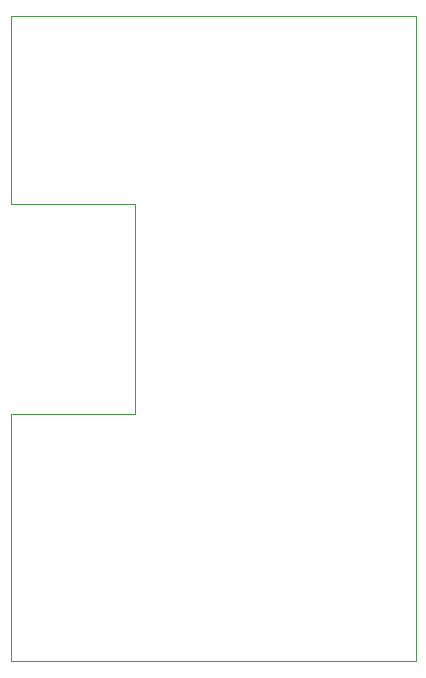
<source format=gko>
G04 (created by PCBNEW (2013-07-07 BZR 4022)-stable) date 3/14/2014 11:35:05 AM*
%MOIN*%
G04 Gerber Fmt 3.4, Leading zero omitted, Abs format*
%FSLAX34Y34*%
G01*
G70*
G90*
G04 APERTURE LIST*
%ADD10C,0.00590551*%
%ADD11C,0.00393701*%
G04 APERTURE END LIST*
G54D10*
G54D11*
X79150Y-64000D02*
X79150Y-70250D01*
X92650Y-64000D02*
X79150Y-64000D01*
X92650Y-85500D02*
X92650Y-64000D01*
X80550Y-70250D02*
X79150Y-70250D01*
X79150Y-77250D02*
X81050Y-77250D01*
X92650Y-85500D02*
X79150Y-85500D01*
X79150Y-85500D02*
X79150Y-77250D01*
X83300Y-70250D02*
X81050Y-70250D01*
X83300Y-77250D02*
X83300Y-70250D01*
X81050Y-77250D02*
X83300Y-77250D01*
X81050Y-70250D02*
X80550Y-70250D01*
M02*

</source>
